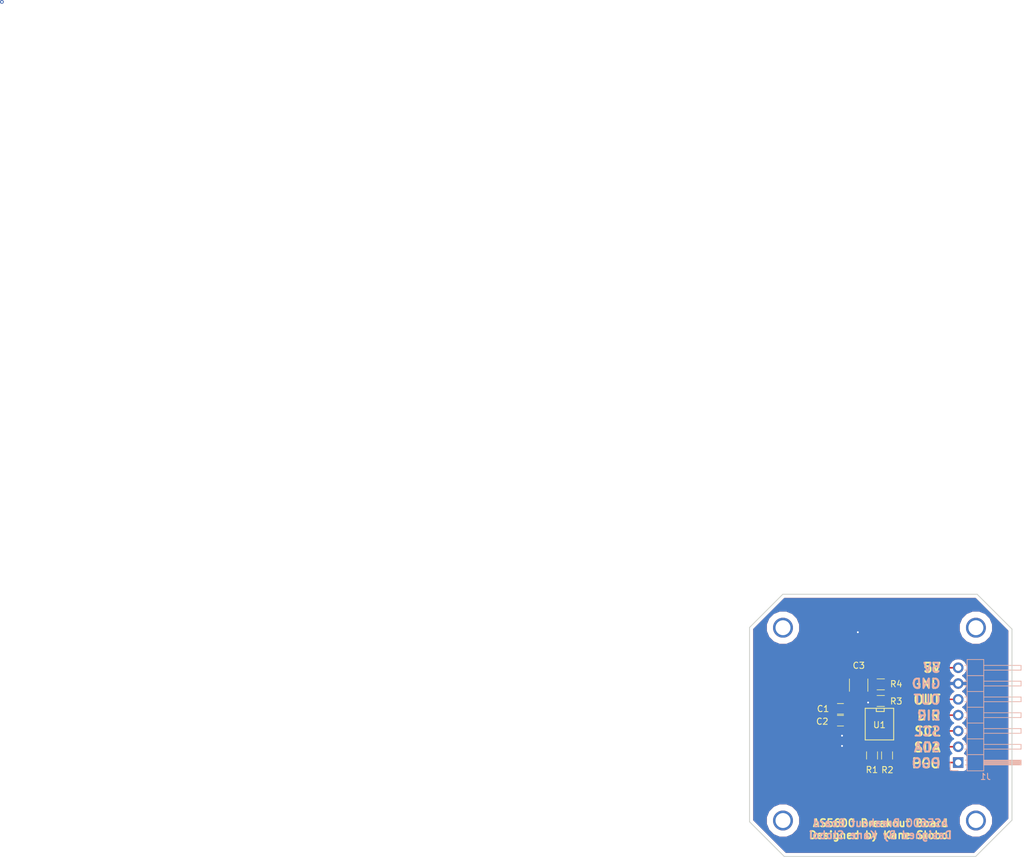
<source format=kicad_pcb>
(kicad_pcb (version 20171130) (host pcbnew "(5.0.2)-1")

  (general
    (thickness 1.6)
    (drawings 24)
    (tracks 48)
    (zones 0)
    (modules 18)
    (nets 10)
  )

  (page A4)
  (title_block
    (title "AS5600 Breakout Board")
    (date 2018-08-18)
    (rev 1)
    (company "Kane Stoboi")
  )

  (layers
    (0 F.Cu signal)
    (31 B.Cu signal)
    (32 B.Adhes user)
    (33 F.Adhes user)
    (34 B.Paste user)
    (35 F.Paste user)
    (36 B.SilkS user)
    (37 F.SilkS user)
    (38 B.Mask user)
    (39 F.Mask user)
    (40 Dwgs.User user)
    (41 Cmts.User user)
    (42 Eco1.User user)
    (43 Eco2.User user)
    (44 Edge.Cuts user)
    (45 Margin user)
    (46 B.CrtYd user)
    (47 F.CrtYd user)
    (48 B.Fab user)
    (49 F.Fab user)
  )

  (setup
    (last_trace_width 0.25)
    (trace_clearance 0.2)
    (zone_clearance 0.508)
    (zone_45_only no)
    (trace_min 0.2)
    (segment_width 0.2)
    (edge_width 0.15)
    (via_size 0.6)
    (via_drill 0.4)
    (via_min_size 0.4)
    (via_min_drill 0.3)
    (uvia_size 0.3)
    (uvia_drill 0.1)
    (uvias_allowed no)
    (uvia_min_size 0.2)
    (uvia_min_drill 0.1)
    (pcb_text_width 0.3)
    (pcb_text_size 1.5 1.5)
    (mod_edge_width 0.15)
    (mod_text_size 1 1)
    (mod_text_width 0.15)
    (pad_size 3.2 3.2)
    (pad_drill 2.4)
    (pad_to_mask_clearance 0.2)
    (solder_mask_min_width 0.25)
    (aux_axis_origin 0 0)
    (visible_elements 7FFFFF7F)
    (pcbplotparams
      (layerselection 0x010fc_ffffffff)
      (usegerberextensions true)
      (usegerberattributes false)
      (usegerberadvancedattributes false)
      (creategerberjobfile false)
      (excludeedgelayer true)
      (linewidth 0.100000)
      (plotframeref false)
      (viasonmask false)
      (mode 1)
      (useauxorigin false)
      (hpglpennumber 1)
      (hpglpenspeed 20)
      (hpglpendiameter 15.000000)
      (psnegative false)
      (psa4output false)
      (plotreference true)
      (plotvalue false)
      (plotinvisibletext false)
      (padsonsilk false)
      (subtractmaskfromsilk false)
      (outputformat 1)
      (mirror false)
      (drillshape 0)
      (scaleselection 1)
      (outputdirectory "GERBERS/"))
  )

  (net 0 "")
  (net 1 GND)
  (net 2 3.3V)
  (net 3 5V)
  (net 4 OUT)
  (net 5 DIR)
  (net 6 SCL)
  (net 7 SDA)
  (net 8 PGO)
  (net 9 VIN)

  (net_class Default "This is the default net class."
    (clearance 0.2)
    (trace_width 0.25)
    (via_dia 0.6)
    (via_drill 0.4)
    (uvia_dia 0.3)
    (uvia_drill 0.1)
    (add_net 3.3V)
    (add_net 5V)
    (add_net DIR)
    (add_net GND)
    (add_net OUT)
    (add_net PGO)
    (add_net SCL)
    (add_net SDA)
    (add_net VIN)
  )

  (module VIAs:VIA-0.6mm (layer F.Cu) (tedit 5B7B843A) (tstamp 5B7B864F)
    (at 137.541 101.346)
    (fp_text reference REF** (at 0 1.397) (layer F.SilkS) hide
      (effects (font (size 1 1) (thickness 0.15)))
    )
    (fp_text value VIA-0.6mm (at 0 -1.524) (layer F.Fab) hide
      (effects (font (size 1 1) (thickness 0.15)))
    )
    (pad 1 thru_hole circle (at 0 0) (size 0.6 0.6) (drill 0.3) (layers *.Cu)
      (net 1 GND) (zone_connect 2))
  )

  (module VIAs:VIA-0.6mm (layer F.Cu) (tedit 5B7B843A) (tstamp 5B7B8649)
    (at 135.001 117.983)
    (fp_text reference REF** (at 0 1.397) (layer F.SilkS) hide
      (effects (font (size 1 1) (thickness 0.15)))
    )
    (fp_text value VIA-0.6mm (at 0 -1.524) (layer F.Fab) hide
      (effects (font (size 1 1) (thickness 0.15)))
    )
    (pad 1 thru_hole circle (at 0 0) (size 0.6 0.6) (drill 0.3) (layers *.Cu)
      (net 1 GND) (zone_connect 2))
  )

  (module VIA-0.6mm (layer F.Cu) (tedit 5B7795E1) (tstamp 5B7798C6)
    (at 0 0)
    (fp_text reference REF** (at 0 1.397) (layer F.SilkS) hide
      (effects (font (size 1 1) (thickness 0.15)))
    )
    (fp_text value VIA-0.6mm (at 0 -1.524) (layer F.Fab) hide
      (effects (font (size 1 1) (thickness 0.15)))
    )
    (pad 1 thru_hole circle (at 0 0) (size 0.6 0.6) (drill 0.3) (layers *.Cu)
      (zone_connect 2))
  )

  (module Capacitors_SMD:C_0805 (layer F.Cu) (tedit 5C26F6FB) (tstamp 5B7779BF)
    (at 134.747 115.57)
    (descr "Capacitor SMD 0805, reflow soldering, AVX (see smccp.pdf)")
    (tags "capacitor 0805")
    (path /5B777736)
    (attr smd)
    (fp_text reference C1 (at -2.794 -1.905) (layer F.SilkS)
      (effects (font (size 1 1) (thickness 0.15)))
    )
    (fp_text value 1uF (at 0 1.75) (layer F.Fab)
      (effects (font (size 1 1) (thickness 0.15)))
    )
    (fp_text user %R (at 0 -1.905) (layer F.Fab)
      (effects (font (size 0.5 0.5) (thickness 0.075)))
    )
    (fp_line (start -1 0.62) (end -1 -0.62) (layer F.Fab) (width 0.1))
    (fp_line (start 1 0.62) (end -1 0.62) (layer F.Fab) (width 0.1))
    (fp_line (start 1 -0.62) (end 1 0.62) (layer F.Fab) (width 0.1))
    (fp_line (start -1 -0.62) (end 1 -0.62) (layer F.Fab) (width 0.1))
    (fp_line (start 0.5 -0.85) (end -0.5 -0.85) (layer F.SilkS) (width 0.12))
    (fp_line (start -0.5 0.85) (end 0.5 0.85) (layer F.SilkS) (width 0.12))
    (fp_line (start -1.75 -0.88) (end 1.75 -0.88) (layer F.CrtYd) (width 0.05))
    (fp_line (start -1.75 -0.88) (end -1.75 0.87) (layer F.CrtYd) (width 0.05))
    (fp_line (start 1.75 0.87) (end 1.75 -0.88) (layer F.CrtYd) (width 0.05))
    (fp_line (start 1.75 0.87) (end -1.75 0.87) (layer F.CrtYd) (width 0.05))
    (pad 1 smd rect (at -1 0) (size 1 1.25) (layers F.Cu F.Paste F.Mask)
      (net 1 GND))
    (pad 2 smd rect (at 1 0) (size 1 1.25) (layers F.Cu F.Paste F.Mask)
      (net 2 3.3V))
    (model Capacitors_SMD.3dshapes/C_0805.wrl
      (at (xyz 0 0 0))
      (scale (xyz 1 1 1))
      (rotate (xyz 0 0 0))
    )
  )

  (module Capacitors_SMD:C_0805 (layer F.Cu) (tedit 5C26F707) (tstamp 5B7779C5)
    (at 134.747 113.665 180)
    (descr "Capacitor SMD 0805, reflow soldering, AVX (see smccp.pdf)")
    (tags "capacitor 0805")
    (path /5B7775CB)
    (attr smd)
    (fp_text reference C2 (at 2.921 -2.032 180) (layer F.SilkS)
      (effects (font (size 1 1) (thickness 0.15)))
    )
    (fp_text value 100nF (at 0 1.75 180) (layer F.Fab)
      (effects (font (size 1 1) (thickness 0.15)))
    )
    (fp_text user %R (at 0 -1.905 180) (layer F.Fab)
      (effects (font (size 0.5 0.5) (thickness 0.075)))
    )
    (fp_line (start -1 0.62) (end -1 -0.62) (layer F.Fab) (width 0.1))
    (fp_line (start 1 0.62) (end -1 0.62) (layer F.Fab) (width 0.1))
    (fp_line (start 1 -0.62) (end 1 0.62) (layer F.Fab) (width 0.1))
    (fp_line (start -1 -0.62) (end 1 -0.62) (layer F.Fab) (width 0.1))
    (fp_line (start 0.5 -0.85) (end -0.5 -0.85) (layer F.SilkS) (width 0.12))
    (fp_line (start -0.5 0.85) (end 0.5 0.85) (layer F.SilkS) (width 0.12))
    (fp_line (start -1.75 -0.88) (end 1.75 -0.88) (layer F.CrtYd) (width 0.05))
    (fp_line (start -1.75 -0.88) (end -1.75 0.87) (layer F.CrtYd) (width 0.05))
    (fp_line (start 1.75 0.87) (end 1.75 -0.88) (layer F.CrtYd) (width 0.05))
    (fp_line (start 1.75 0.87) (end -1.75 0.87) (layer F.CrtYd) (width 0.05))
    (pad 1 smd rect (at -1 0 180) (size 1 1.25) (layers F.Cu F.Paste F.Mask)
      (net 3 5V))
    (pad 2 smd rect (at 1 0 180) (size 1 1.25) (layers F.Cu F.Paste F.Mask)
      (net 1 GND))
    (model Capacitors_SMD.3dshapes/C_0805.wrl
      (at (xyz 0 0 0))
      (scale (xyz 1 1 1))
      (rotate (xyz 0 0 0))
    )
  )

  (module Resistors_SMD:R_0805 (layer F.Cu) (tedit 5B78A327) (tstamp 5B7779D7)
    (at 139.827 121.158 90)
    (descr "Resistor SMD 0805, reflow soldering, Vishay (see dcrcw.pdf)")
    (tags "resistor 0805")
    (path /5B777C09)
    (attr smd)
    (fp_text reference R1 (at -2.3114 -0.0254 180) (layer F.SilkS)
      (effects (font (size 1 1) (thickness 0.15)))
    )
    (fp_text value 4.7k (at -2.286 0.127 90) (layer F.Fab)
      (effects (font (size 1 1) (thickness 0.15)))
    )
    (fp_text user %R (at 0 0 90) (layer F.Fab)
      (effects (font (size 0.5 0.5) (thickness 0.075)))
    )
    (fp_line (start -1 0.62) (end -1 -0.62) (layer F.Fab) (width 0.1))
    (fp_line (start 1 0.62) (end -1 0.62) (layer F.Fab) (width 0.1))
    (fp_line (start 1 -0.62) (end 1 0.62) (layer F.Fab) (width 0.1))
    (fp_line (start -1 -0.62) (end 1 -0.62) (layer F.Fab) (width 0.1))
    (fp_line (start 0.6 0.88) (end -0.6 0.88) (layer F.SilkS) (width 0.12))
    (fp_line (start -0.6 -0.88) (end 0.6 -0.88) (layer F.SilkS) (width 0.12))
    (fp_line (start -1.55 -0.9) (end 1.55 -0.9) (layer F.CrtYd) (width 0.05))
    (fp_line (start -1.55 -0.9) (end -1.55 0.9) (layer F.CrtYd) (width 0.05))
    (fp_line (start 1.55 0.9) (end 1.55 -0.9) (layer F.CrtYd) (width 0.05))
    (fp_line (start 1.55 0.9) (end -1.55 0.9) (layer F.CrtYd) (width 0.05))
    (pad 1 smd rect (at -0.95 0 90) (size 0.7 1.3) (layers F.Cu F.Paste F.Mask)
      (net 3 5V))
    (pad 2 smd rect (at 0.95 0 90) (size 0.7 1.3) (layers F.Cu F.Paste F.Mask)
      (net 6 SCL))
    (model ${KISYS3DMOD}/Resistors_SMD.3dshapes/R_0805.wrl
      (at (xyz 0 0 0))
      (scale (xyz 1 1 1))
      (rotate (xyz 0 0 0))
    )
  )

  (module Resistors_SMD:R_0805 (layer F.Cu) (tedit 5B78A37E) (tstamp 5B7779DD)
    (at 142.24 121.158 270)
    (descr "Resistor SMD 0805, reflow soldering, Vishay (see dcrcw.pdf)")
    (tags "resistor 0805")
    (path /5B777C78)
    (attr smd)
    (fp_text reference R2 (at 2.3368 -0.0508) (layer F.SilkS)
      (effects (font (size 1 1) (thickness 0.15)))
    )
    (fp_text value 4.7k (at 2.286 -0.254 270) (layer F.Fab)
      (effects (font (size 1 1) (thickness 0.15)))
    )
    (fp_text user %R (at 0 0 270) (layer F.Fab)
      (effects (font (size 0.5 0.5) (thickness 0.075)))
    )
    (fp_line (start -1 0.62) (end -1 -0.62) (layer F.Fab) (width 0.1))
    (fp_line (start 1 0.62) (end -1 0.62) (layer F.Fab) (width 0.1))
    (fp_line (start 1 -0.62) (end 1 0.62) (layer F.Fab) (width 0.1))
    (fp_line (start -1 -0.62) (end 1 -0.62) (layer F.Fab) (width 0.1))
    (fp_line (start 0.6 0.88) (end -0.6 0.88) (layer F.SilkS) (width 0.12))
    (fp_line (start -0.6 -0.88) (end 0.6 -0.88) (layer F.SilkS) (width 0.12))
    (fp_line (start -1.55 -0.9) (end 1.55 -0.9) (layer F.CrtYd) (width 0.05))
    (fp_line (start -1.55 -0.9) (end -1.55 0.9) (layer F.CrtYd) (width 0.05))
    (fp_line (start 1.55 0.9) (end 1.55 -0.9) (layer F.CrtYd) (width 0.05))
    (fp_line (start 1.55 0.9) (end -1.55 0.9) (layer F.CrtYd) (width 0.05))
    (pad 1 smd rect (at -0.95 0 270) (size 0.7 1.3) (layers F.Cu F.Paste F.Mask)
      (net 7 SDA))
    (pad 2 smd rect (at 0.95 0 270) (size 0.7 1.3) (layers F.Cu F.Paste F.Mask)
      (net 3 5V))
    (model ${KISYS3DMOD}/Resistors_SMD.3dshapes/R_0805.wrl
      (at (xyz 0 0 0))
      (scale (xyz 1 1 1))
      (rotate (xyz 0 0 0))
    )
  )

  (module SMD_Packages:SOIC-8-N (layer F.Cu) (tedit 5B7780B6) (tstamp 5B7779E9)
    (at 141.015 116.123 270)
    (descr "Module Narrow CMS SOJ 8 pins large")
    (tags "CMS SOJ")
    (path /5B77739F)
    (attr smd)
    (fp_text reference U1 (at 0.127 0) (layer F.SilkS)
      (effects (font (size 1 1) (thickness 0.15)))
    )
    (fp_text value AS5600 (at 0 1.27 270) (layer F.Fab)
      (effects (font (size 1 1) (thickness 0.15)))
    )
    (fp_line (start -2.54 -2.286) (end 2.54 -2.286) (layer F.SilkS) (width 0.15))
    (fp_line (start 2.54 -2.286) (end 2.54 2.286) (layer F.SilkS) (width 0.15))
    (fp_line (start 2.54 2.286) (end -2.54 2.286) (layer F.SilkS) (width 0.15))
    (fp_line (start -2.54 2.286) (end -2.54 -2.286) (layer F.SilkS) (width 0.15))
    (fp_line (start -2.54 -0.762) (end -2.032 -0.762) (layer F.SilkS) (width 0.15))
    (fp_line (start -2.032 -0.762) (end -2.032 0.508) (layer F.SilkS) (width 0.15))
    (fp_line (start -2.032 0.508) (end -2.54 0.508) (layer F.SilkS) (width 0.15))
    (pad 8 smd rect (at -1.905 -3.175 270) (size 0.508 1.143) (layers F.Cu F.Paste F.Mask)
      (net 5 DIR))
    (pad 7 smd rect (at -0.635 -3.175 270) (size 0.508 1.143) (layers F.Cu F.Paste F.Mask)
      (net 6 SCL))
    (pad 6 smd rect (at 0.635 -3.175 270) (size 0.508 1.143) (layers F.Cu F.Paste F.Mask)
      (net 7 SDA))
    (pad 5 smd rect (at 1.905 -3.175 270) (size 0.508 1.143) (layers F.Cu F.Paste F.Mask)
      (net 8 PGO))
    (pad 4 smd rect (at 1.905 3.175 270) (size 0.508 1.143) (layers F.Cu F.Paste F.Mask)
      (net 1 GND))
    (pad 3 smd rect (at 0.635 3.175 270) (size 0.508 1.143) (layers F.Cu F.Paste F.Mask)
      (net 4 OUT))
    (pad 2 smd rect (at -0.635 3.175 270) (size 0.508 1.143) (layers F.Cu F.Paste F.Mask)
      (net 2 3.3V))
    (pad 1 smd rect (at -1.905 3.175 270) (size 0.508 1.143) (layers F.Cu F.Paste F.Mask)
      (net 3 5V))
    (model SMD_Packages.3dshapes/SOIC-8-N.wrl
      (at (xyz 0 0 0))
      (scale (xyz 0.5 0.38 0.5))
      (rotate (xyz 0 0 0))
    )
  )

  (module Mounting_Holes:MountingHole_3.2mm_M3 (layer F.Cu) (tedit 5C26FC8C) (tstamp 5B778D59)
    (at 125.515 100.623)
    (descr "Mounting Hole 3.2mm, no annular, M3")
    (tags "mounting hole 3.2mm no annular m3")
    (clearance 1)
    (attr virtual)
    (fp_text reference "" (at 0 -4.2) (layer F.SilkS)
      (effects (font (size 1 1) (thickness 0.15)))
    )
    (fp_text value "" (at 0 4.2) (layer F.Fab)
      (effects (font (size 1 1) (thickness 0.15)))
    )
    (fp_text user %R (at 0.3 0) (layer F.Fab)
      (effects (font (size 1 1) (thickness 0.15)))
    )
    (fp_circle (center 0 0) (end 3.2 0) (layer Cmts.User) (width 0.15))
    (fp_circle (center 0 0) (end 3.45 0) (layer F.CrtYd) (width 0.05))
    (pad "" np_thru_hole circle (at 0 0) (size 3.2 3.2) (drill 2.4) (layers *.Cu *.Mask))
  )

  (module Mounting_Holes:MountingHole_3.2mm_M3 (layer F.Cu) (tedit 5C26FC92) (tstamp 5B7790A2)
    (at 156.515 100.623)
    (descr "Mounting Hole 3.2mm, no annular, M3")
    (tags "mounting hole 3.2mm no annular m3")
    (clearance 1)
    (attr virtual)
    (fp_text reference "" (at 0 -4.2) (layer F.SilkS)
      (effects (font (size 1 1) (thickness 0.15)))
    )
    (fp_text value "" (at 0 4.2) (layer F.Fab)
      (effects (font (size 1 1) (thickness 0.15)))
    )
    (fp_text user %R (at 0.3 0) (layer F.Fab)
      (effects (font (size 1 1) (thickness 0.15)))
    )
    (fp_circle (center 0 0) (end 3.2 0) (layer Cmts.User) (width 0.15))
    (fp_circle (center 0 0) (end 3.45 0) (layer F.CrtYd) (width 0.05))
    (pad "" np_thru_hole circle (at 0 0) (size 3.2 3.2) (drill 2.4) (layers *.Cu *.Mask))
  )

  (module Mounting_Holes:MountingHole_3.2mm_M3 (layer F.Cu) (tedit 5C26FC97) (tstamp 5B77915B)
    (at 125.515 131.623)
    (descr "Mounting Hole 3.2mm, no annular, M3")
    (tags "mounting hole 3.2mm no annular m3")
    (clearance 1)
    (attr virtual)
    (fp_text reference "" (at 0 -4.2) (layer F.SilkS)
      (effects (font (size 1 1) (thickness 0.15)))
    )
    (fp_text value "" (at 0 4.2) (layer F.Fab)
      (effects (font (size 1 1) (thickness 0.15)))
    )
    (fp_text user %R (at 0.3 0) (layer F.Fab)
      (effects (font (size 1 1) (thickness 0.15)))
    )
    (fp_circle (center 0 0) (end 3.2 0) (layer Cmts.User) (width 0.15))
    (fp_circle (center 0 0) (end 3.45 0) (layer F.CrtYd) (width 0.05))
    (pad "" np_thru_hole circle (at 0 0) (size 3.2 3.2) (drill 2.4) (layers *.Cu *.Mask))
  )

  (module Mounting_Holes:MountingHole_3.2mm_M3 (layer F.Cu) (tedit 5C26FC9C) (tstamp 5B779175)
    (at 156.515 131.623)
    (descr "Mounting Hole 3.2mm, no annular, M3")
    (tags "mounting hole 3.2mm no annular m3")
    (clearance 1)
    (attr virtual)
    (fp_text reference "" (at 0 -4.2) (layer F.SilkS)
      (effects (font (size 1 1) (thickness 0.15)))
    )
    (fp_text value "" (at 0 4.2) (layer F.Fab)
      (effects (font (size 1 1) (thickness 0.15)))
    )
    (fp_text user %R (at 0.3 0) (layer F.Fab)
      (effects (font (size 1 1) (thickness 0.15)))
    )
    (fp_circle (center 0 0) (end 3.2 0) (layer Cmts.User) (width 0.15))
    (fp_circle (center 0 0) (end 3.45 0) (layer F.CrtYd) (width 0.05))
    (pad "" np_thru_hole circle (at 0 0) (size 3.2 3.2) (drill 2.4) (layers *.Cu *.Mask))
  )

  (module Pin_Headers:Pin_Header_Angled_1x07_Pitch2.54mm (layer B.Cu) (tedit 59650532) (tstamp 5B78A780)
    (at 153.67 122.301)
    (descr "Through hole angled pin header, 1x07, 2.54mm pitch, 6mm pin length, single row")
    (tags "Through hole angled pin header THT 1x07 2.54mm single row")
    (path /5B78A669)
    (fp_text reference J1 (at 4.385 2.27) (layer B.SilkS)
      (effects (font (size 1 1) (thickness 0.15)) (justify mirror))
    )
    (fp_text value Conn_01x07 (at 4.385 -17.51) (layer B.Fab)
      (effects (font (size 1 1) (thickness 0.15)) (justify mirror))
    )
    (fp_line (start 2.135 1.27) (end 4.04 1.27) (layer B.Fab) (width 0.1))
    (fp_line (start 4.04 1.27) (end 4.04 -16.51) (layer B.Fab) (width 0.1))
    (fp_line (start 4.04 -16.51) (end 1.5 -16.51) (layer B.Fab) (width 0.1))
    (fp_line (start 1.5 -16.51) (end 1.5 0.635) (layer B.Fab) (width 0.1))
    (fp_line (start 1.5 0.635) (end 2.135 1.27) (layer B.Fab) (width 0.1))
    (fp_line (start -0.32 0.32) (end 1.5 0.32) (layer B.Fab) (width 0.1))
    (fp_line (start -0.32 0.32) (end -0.32 -0.32) (layer B.Fab) (width 0.1))
    (fp_line (start -0.32 -0.32) (end 1.5 -0.32) (layer B.Fab) (width 0.1))
    (fp_line (start 4.04 0.32) (end 10.04 0.32) (layer B.Fab) (width 0.1))
    (fp_line (start 10.04 0.32) (end 10.04 -0.32) (layer B.Fab) (width 0.1))
    (fp_line (start 4.04 -0.32) (end 10.04 -0.32) (layer B.Fab) (width 0.1))
    (fp_line (start -0.32 -2.22) (end 1.5 -2.22) (layer B.Fab) (width 0.1))
    (fp_line (start -0.32 -2.22) (end -0.32 -2.86) (layer B.Fab) (width 0.1))
    (fp_line (start -0.32 -2.86) (end 1.5 -2.86) (layer B.Fab) (width 0.1))
    (fp_line (start 4.04 -2.22) (end 10.04 -2.22) (layer B.Fab) (width 0.1))
    (fp_line (start 10.04 -2.22) (end 10.04 -2.86) (layer B.Fab) (width 0.1))
    (fp_line (start 4.04 -2.86) (end 10.04 -2.86) (layer B.Fab) (width 0.1))
    (fp_line (start -0.32 -4.76) (end 1.5 -4.76) (layer B.Fab) (width 0.1))
    (fp_line (start -0.32 -4.76) (end -0.32 -5.4) (layer B.Fab) (width 0.1))
    (fp_line (start -0.32 -5.4) (end 1.5 -5.4) (layer B.Fab) (width 0.1))
    (fp_line (start 4.04 -4.76) (end 10.04 -4.76) (layer B.Fab) (width 0.1))
    (fp_line (start 10.04 -4.76) (end 10.04 -5.4) (layer B.Fab) (width 0.1))
    (fp_line (start 4.04 -5.4) (end 10.04 -5.4) (layer B.Fab) (width 0.1))
    (fp_line (start -0.32 -7.3) (end 1.5 -7.3) (layer B.Fab) (width 0.1))
    (fp_line (start -0.32 -7.3) (end -0.32 -7.94) (layer B.Fab) (width 0.1))
    (fp_line (start -0.32 -7.94) (end 1.5 -7.94) (layer B.Fab) (width 0.1))
    (fp_line (start 4.04 -7.3) (end 10.04 -7.3) (layer B.Fab) (width 0.1))
    (fp_line (start 10.04 -7.3) (end 10.04 -7.94) (layer B.Fab) (width 0.1))
    (fp_line (start 4.04 -7.94) (end 10.04 -7.94) (layer B.Fab) (width 0.1))
    (fp_line (start -0.32 -9.84) (end 1.5 -9.84) (layer B.Fab) (width 0.1))
    (fp_line (start -0.32 -9.84) (end -0.32 -10.48) (layer B.Fab) (width 0.1))
    (fp_line (start -0.32 -10.48) (end 1.5 -10.48) (layer B.Fab) (width 0.1))
    (fp_line (start 4.04 -9.84) (end 10.04 -9.84) (layer B.Fab) (width 0.1))
    (fp_line (start 10.04 -9.84) (end 10.04 -10.48) (layer B.Fab) (width 0.1))
    (fp_line (start 4.04 -10.48) (end 10.04 -10.48) (layer B.Fab) (width 0.1))
    (fp_line (start -0.32 -12.38) (end 1.5 -12.38) (layer B.Fab) (width 0.1))
    (fp_line (start -0.32 -12.38) (end -0.32 -13.02) (layer B.Fab) (width 0.1))
    (fp_line (start -0.32 -13.02) (end 1.5 -13.02) (layer B.Fab) (width 0.1))
    (fp_line (start 4.04 -12.38) (end 10.04 -12.38) (layer B.Fab) (width 0.1))
    (fp_line (start 10.04 -12.38) (end 10.04 -13.02) (layer B.Fab) (width 0.1))
    (fp_line (start 4.04 -13.02) (end 10.04 -13.02) (layer B.Fab) (width 0.1))
    (fp_line (start -0.32 -14.92) (end 1.5 -14.92) (layer B.Fab) (width 0.1))
    (fp_line (start -0.32 -14.92) (end -0.32 -15.56) (layer B.Fab) (width 0.1))
    (fp_line (start -0.32 -15.56) (end 1.5 -15.56) (layer B.Fab) (width 0.1))
    (fp_line (start 4.04 -14.92) (end 10.04 -14.92) (layer B.Fab) (width 0.1))
    (fp_line (start 10.04 -14.92) (end 10.04 -15.56) (layer B.Fab) (width 0.1))
    (fp_line (start 4.04 -15.56) (end 10.04 -15.56) (layer B.Fab) (width 0.1))
    (fp_line (start 1.44 1.33) (end 1.44 -16.57) (layer B.SilkS) (width 0.12))
    (fp_line (start 1.44 -16.57) (end 4.1 -16.57) (layer B.SilkS) (width 0.12))
    (fp_line (start 4.1 -16.57) (end 4.1 1.33) (layer B.SilkS) (width 0.12))
    (fp_line (start 4.1 1.33) (end 1.44 1.33) (layer B.SilkS) (width 0.12))
    (fp_line (start 4.1 0.38) (end 10.1 0.38) (layer B.SilkS) (width 0.12))
    (fp_line (start 10.1 0.38) (end 10.1 -0.38) (layer B.SilkS) (width 0.12))
    (fp_line (start 10.1 -0.38) (end 4.1 -0.38) (layer B.SilkS) (width 0.12))
    (fp_line (start 4.1 0.32) (end 10.1 0.32) (layer B.SilkS) (width 0.12))
    (fp_line (start 4.1 0.2) (end 10.1 0.2) (layer B.SilkS) (width 0.12))
    (fp_line (start 4.1 0.08) (end 10.1 0.08) (layer B.SilkS) (width 0.12))
    (fp_line (start 4.1 -0.04) (end 10.1 -0.04) (layer B.SilkS) (width 0.12))
    (fp_line (start 4.1 -0.16) (end 10.1 -0.16) (layer B.SilkS) (width 0.12))
    (fp_line (start 4.1 -0.28) (end 10.1 -0.28) (layer B.SilkS) (width 0.12))
    (fp_line (start 1.11 0.38) (end 1.44 0.38) (layer B.SilkS) (width 0.12))
    (fp_line (start 1.11 -0.38) (end 1.44 -0.38) (layer B.SilkS) (width 0.12))
    (fp_line (start 1.44 -1.27) (end 4.1 -1.27) (layer B.SilkS) (width 0.12))
    (fp_line (start 4.1 -2.16) (end 10.1 -2.16) (layer B.SilkS) (width 0.12))
    (fp_line (start 10.1 -2.16) (end 10.1 -2.92) (layer B.SilkS) (width 0.12))
    (fp_line (start 10.1 -2.92) (end 4.1 -2.92) (layer B.SilkS) (width 0.12))
    (fp_line (start 1.042929 -2.16) (end 1.44 -2.16) (layer B.SilkS) (width 0.12))
    (fp_line (start 1.042929 -2.92) (end 1.44 -2.92) (layer B.SilkS) (width 0.12))
    (fp_line (start 1.44 -3.81) (end 4.1 -3.81) (layer B.SilkS) (width 0.12))
    (fp_line (start 4.1 -4.7) (end 10.1 -4.7) (layer B.SilkS) (width 0.12))
    (fp_line (start 10.1 -4.7) (end 10.1 -5.46) (layer B.SilkS) (width 0.12))
    (fp_line (start 10.1 -5.46) (end 4.1 -5.46) (layer B.SilkS) (width 0.12))
    (fp_line (start 1.042929 -4.7) (end 1.44 -4.7) (layer B.SilkS) (width 0.12))
    (fp_line (start 1.042929 -5.46) (end 1.44 -5.46) (layer B.SilkS) (width 0.12))
    (fp_line (start 1.44 -6.35) (end 4.1 -6.35) (layer B.SilkS) (width 0.12))
    (fp_line (start 4.1 -7.24) (end 10.1 -7.24) (layer B.SilkS) (width 0.12))
    (fp_line (start 10.1 -7.24) (end 10.1 -8) (layer B.SilkS) (width 0.12))
    (fp_line (start 10.1 -8) (end 4.1 -8) (layer B.SilkS) (width 0.12))
    (fp_line (start 1.042929 -7.24) (end 1.44 -7.24) (layer B.SilkS) (width 0.12))
    (fp_line (start 1.042929 -8) (end 1.44 -8) (layer B.SilkS) (width 0.12))
    (fp_line (start 1.44 -8.89) (end 4.1 -8.89) (layer B.SilkS) (width 0.12))
    (fp_line (start 4.1 -9.78) (end 10.1 -9.78) (layer B.SilkS) (width 0.12))
    (fp_line (start 10.1 -9.78) (end 10.1 -10.54) (layer B.SilkS) (width 0.12))
    (fp_line (start 10.1 -10.54) (end 4.1 -10.54) (layer B.SilkS) (width 0.12))
    (fp_line (start 1.042929 -9.78) (end 1.44 -9.78) (layer B.SilkS) (width 0.12))
    (fp_line (start 1.042929 -10.54) (end 1.44 -10.54) (layer B.SilkS) (width 0.12))
    (fp_line (start 1.44 -11.43) (end 4.1 -11.43) (layer B.SilkS) (width 0.12))
    (fp_line (start 4.1 -12.32) (end 10.1 -12.32) (layer B.SilkS) (width 0.12))
    (fp_line (start 10.1 -12.32) (end 10.1 -13.08) (layer B.SilkS) (width 0.12))
    (fp_line (start 10.1 -13.08) (end 4.1 -13.08) (layer B.SilkS) (width 0.12))
    (fp_line (start 1.042929 -12.32) (end 1.44 -12.32) (layer B.SilkS) (width 0.12))
    (fp_line (start 1.042929 -13.08) (end 1.44 -13.08) (layer B.SilkS) (width 0.12))
    (fp_line (start 1.44 -13.97) (end 4.1 -13.97) (layer B.SilkS) (width 0.12))
    (fp_line (start 4.1 -14.86) (end 10.1 -14.86) (layer B.SilkS) (width 0.12))
    (fp_line (start 10.1 -14.86) (end 10.1 -15.62) (layer B.SilkS) (width 0.12))
    (fp_line (start 10.1 -15.62) (end 4.1 -15.62) (layer B.SilkS) (width 0.12))
    (fp_line (start 1.042929 -14.86) (end 1.44 -14.86) (layer B.SilkS) (width 0.12))
    (fp_line (start 1.042929 -15.62) (end 1.44 -15.62) (layer B.SilkS) (width 0.12))
    (fp_line (start -1.27 0) (end -1.27 1.27) (layer B.SilkS) (width 0.12))
    (fp_line (start -1.27 1.27) (end 0 1.27) (layer B.SilkS) (width 0.12))
    (fp_line (start -1.8 1.8) (end -1.8 -17.05) (layer B.CrtYd) (width 0.05))
    (fp_line (start -1.8 -17.05) (end 10.55 -17.05) (layer B.CrtYd) (width 0.05))
    (fp_line (start 10.55 -17.05) (end 10.55 1.8) (layer B.CrtYd) (width 0.05))
    (fp_line (start 10.55 1.8) (end -1.8 1.8) (layer B.CrtYd) (width 0.05))
    (fp_text user %R (at 2.77 -7.62 270) (layer B.Fab)
      (effects (font (size 1 1) (thickness 0.15)) (justify mirror))
    )
    (pad 1 thru_hole rect (at 0 0) (size 1.7 1.7) (drill 1) (layers *.Cu *.Mask)
      (net 8 PGO))
    (pad 2 thru_hole oval (at 0 -2.54) (size 1.7 1.7) (drill 1) (layers *.Cu *.Mask)
      (net 7 SDA))
    (pad 3 thru_hole oval (at 0 -5.08) (size 1.7 1.7) (drill 1) (layers *.Cu *.Mask)
      (net 6 SCL))
    (pad 4 thru_hole oval (at 0 -7.62) (size 1.7 1.7) (drill 1) (layers *.Cu *.Mask)
      (net 5 DIR))
    (pad 5 thru_hole oval (at 0 -10.16) (size 1.7 1.7) (drill 1) (layers *.Cu *.Mask)
      (net 4 OUT))
    (pad 6 thru_hole oval (at 0 -12.7) (size 1.7 1.7) (drill 1) (layers *.Cu *.Mask)
      (net 1 GND))
    (pad 7 thru_hole oval (at 0 -15.24) (size 1.7 1.7) (drill 1) (layers *.Cu *.Mask)
      (net 9 VIN))
    (model ${KISYS3DMOD}/Pin_Headers.3dshapes/Pin_Header_Angled_1x07_Pitch2.54mm.wrl
      (at (xyz 0 0 0))
      (scale (xyz 1 1 1))
      (rotate (xyz 0 0 0))
    )
  )

  (module VIAs:VIA-0.6mm (layer F.Cu) (tedit 5B7B843A) (tstamp 5B7B863D)
    (at 135.001 119.634)
    (fp_text reference REF** (at 0 1.397) (layer F.SilkS) hide
      (effects (font (size 1 1) (thickness 0.15)))
    )
    (fp_text value VIA-0.6mm (at 0 -1.524) (layer F.Fab) hide
      (effects (font (size 1 1) (thickness 0.15)))
    )
    (pad 1 thru_hole circle (at 0 0) (size 0.6 0.6) (drill 0.3) (layers *.Cu)
      (net 1 GND) (zone_connect 2))
  )

  (module Resistors_SMD:R_0805 (layer F.Cu) (tedit 58E0A804) (tstamp 5C8375E4)
    (at 141.224 112.395)
    (descr "Resistor SMD 0805, reflow soldering, Vishay (see dcrcw.pdf)")
    (tags "resistor 0805")
    (path /5C26F27D)
    (attr smd)
    (fp_text reference R3 (at 2.4892 0.0508) (layer F.SilkS)
      (effects (font (size 1 1) (thickness 0.15)))
    )
    (fp_text value R (at 0 1.75) (layer F.Fab)
      (effects (font (size 1 1) (thickness 0.15)))
    )
    (fp_text user %R (at 0 0) (layer F.Fab)
      (effects (font (size 0.5 0.5) (thickness 0.075)))
    )
    (fp_line (start -1 0.62) (end -1 -0.62) (layer F.Fab) (width 0.1))
    (fp_line (start 1 0.62) (end -1 0.62) (layer F.Fab) (width 0.1))
    (fp_line (start 1 -0.62) (end 1 0.62) (layer F.Fab) (width 0.1))
    (fp_line (start -1 -0.62) (end 1 -0.62) (layer F.Fab) (width 0.1))
    (fp_line (start 0.6 0.88) (end -0.6 0.88) (layer F.SilkS) (width 0.12))
    (fp_line (start -0.6 -0.88) (end 0.6 -0.88) (layer F.SilkS) (width 0.12))
    (fp_line (start -1.55 -0.9) (end 1.55 -0.9) (layer F.CrtYd) (width 0.05))
    (fp_line (start -1.55 -0.9) (end -1.55 0.9) (layer F.CrtYd) (width 0.05))
    (fp_line (start 1.55 0.9) (end 1.55 -0.9) (layer F.CrtYd) (width 0.05))
    (fp_line (start 1.55 0.9) (end -1.55 0.9) (layer F.CrtYd) (width 0.05))
    (pad 1 smd rect (at -0.95 0) (size 0.7 1.3) (layers F.Cu F.Paste F.Mask)
      (net 1 GND))
    (pad 2 smd rect (at 0.95 0) (size 0.7 1.3) (layers F.Cu F.Paste F.Mask)
      (net 5 DIR))
    (model ${KISYS3DMOD}/Resistors_SMD.3dshapes/R_0805.wrl
      (at (xyz 0 0 0))
      (scale (xyz 1 1 1))
      (rotate (xyz 0 0 0))
    )
  )

  (module VIAs:VIA-0.6mm (layer F.Cu) (tedit 5C26F320) (tstamp 5C26F316)
    (at 139.192 112.649)
    (fp_text reference REF** (at 0 1.397) (layer F.SilkS) hide
      (effects (font (size 1 1) (thickness 0.15)))
    )
    (fp_text value VIA-0.6mm (at 0 -1.524) (layer F.Fab) hide
      (effects (font (size 1 1) (thickness 0.15)))
    )
    (pad 1 thru_hole circle (at 0 0) (size 0.6 0.6) (drill 0.3) (layers *.Cu)
      (net 1 GND) (zone_connect 2))
  )

  (module Capacitors_SMD:C_1210 (layer F.Cu) (tedit 5C26F713) (tstamp 5C26F5AA)
    (at 137.668 109.855 270)
    (descr "Capacitor SMD 1210, reflow soldering, AVX (see smccp.pdf)")
    (tags "capacitor 1210")
    (path /5C26F570)
    (attr smd)
    (fp_text reference C3 (at -3.1496 -0.0254) (layer F.SilkS)
      (effects (font (size 1 1) (thickness 0.15)))
    )
    (fp_text value 100uF (at 0 2.5 270) (layer F.Fab)
      (effects (font (size 1 1) (thickness 0.15)))
    )
    (fp_text user %R (at 0 0 270) (layer F.Fab)
      (effects (font (size 0.5 0.5) (thickness 0.075)))
    )
    (fp_line (start -1.6 1.25) (end -1.6 -1.25) (layer F.Fab) (width 0.1))
    (fp_line (start 1.6 1.25) (end -1.6 1.25) (layer F.Fab) (width 0.1))
    (fp_line (start 1.6 -1.25) (end 1.6 1.25) (layer F.Fab) (width 0.1))
    (fp_line (start -1.6 -1.25) (end 1.6 -1.25) (layer F.Fab) (width 0.1))
    (fp_line (start 1 -1.48) (end -1 -1.48) (layer F.SilkS) (width 0.12))
    (fp_line (start -1 1.48) (end 1 1.48) (layer F.SilkS) (width 0.12))
    (fp_line (start -2.25 -1.5) (end 2.25 -1.5) (layer F.CrtYd) (width 0.05))
    (fp_line (start -2.25 -1.5) (end -2.25 1.5) (layer F.CrtYd) (width 0.05))
    (fp_line (start 2.25 1.5) (end 2.25 -1.5) (layer F.CrtYd) (width 0.05))
    (fp_line (start 2.25 1.5) (end -2.25 1.5) (layer F.CrtYd) (width 0.05))
    (pad 1 smd rect (at -1.5 0 270) (size 1 2.5) (layers F.Cu F.Paste F.Mask)
      (net 1 GND))
    (pad 2 smd rect (at 1.5 0 270) (size 1 2.5) (layers F.Cu F.Paste F.Mask)
      (net 3 5V))
    (model Capacitors_SMD.3dshapes/C_1210.wrl
      (at (xyz 0 0 0))
      (scale (xyz 1 1 1))
      (rotate (xyz 0 0 0))
    )
  )

  (module Resistors_SMD:R_0805 (layer F.Cu) (tedit 58E0A804) (tstamp 5C8374A7)
    (at 141.224 109.728)
    (descr "Resistor SMD 0805, reflow soldering, Vishay (see dcrcw.pdf)")
    (tags "resistor 0805")
    (path /5C26F640)
    (attr smd)
    (fp_text reference R4 (at 2.4892 -0.0508) (layer F.SilkS)
      (effects (font (size 1 1) (thickness 0.15)))
    )
    (fp_text value 1.6k (at 0 1.75) (layer F.Fab)
      (effects (font (size 1 1) (thickness 0.15)))
    )
    (fp_text user %R (at 0 0) (layer F.Fab)
      (effects (font (size 0.5 0.5) (thickness 0.075)))
    )
    (fp_line (start -1 0.62) (end -1 -0.62) (layer F.Fab) (width 0.1))
    (fp_line (start 1 0.62) (end -1 0.62) (layer F.Fab) (width 0.1))
    (fp_line (start 1 -0.62) (end 1 0.62) (layer F.Fab) (width 0.1))
    (fp_line (start -1 -0.62) (end 1 -0.62) (layer F.Fab) (width 0.1))
    (fp_line (start 0.6 0.88) (end -0.6 0.88) (layer F.SilkS) (width 0.12))
    (fp_line (start -0.6 -0.88) (end 0.6 -0.88) (layer F.SilkS) (width 0.12))
    (fp_line (start -1.55 -0.9) (end 1.55 -0.9) (layer F.CrtYd) (width 0.05))
    (fp_line (start -1.55 -0.9) (end -1.55 0.9) (layer F.CrtYd) (width 0.05))
    (fp_line (start 1.55 0.9) (end 1.55 -0.9) (layer F.CrtYd) (width 0.05))
    (fp_line (start 1.55 0.9) (end -1.55 0.9) (layer F.CrtYd) (width 0.05))
    (pad 1 smd rect (at -0.95 0) (size 0.7 1.3) (layers F.Cu F.Paste F.Mask)
      (net 3 5V))
    (pad 2 smd rect (at 0.95 0) (size 0.7 1.3) (layers F.Cu F.Paste F.Mask)
      (net 9 VIN))
    (model ${KISYS3DMOD}/Resistors_SMD.3dshapes/R_0805.wrl
      (at (xyz 0 0 0))
      (scale (xyz 1 1 1))
      (rotate (xyz 0 0 0))
    )
  )

  (gr_text "AS5600 Breakout Board\nDesigned By Kane Stoboi" (at 141.165 133) (layer B.SilkS)
    (effects (font (size 1.2 1.2) (thickness 0.25)) (justify mirror))
  )
  (gr_line (start 162.306 100.838) (end 162.306 131.572) (angle 90) (layer Edge.Cuts) (width 0.15))
  (gr_line (start 156.718 95.25) (end 162.306 100.838) (angle 90) (layer Edge.Cuts) (width 0.15))
  (gr_line (start 156.464 137.414) (end 162.306 131.572) (angle 90) (layer Edge.Cuts) (width 0.15))
  (gr_line (start 125.73 137.414) (end 156.464 137.414) (angle 90) (layer Edge.Cuts) (width 0.15))
  (gr_line (start 120.142 131.826) (end 125.73 137.414) (angle 90) (layer Edge.Cuts) (width 0.15))
  (gr_line (start 120.142 100.584) (end 120.142 131.826) (angle 90) (layer Edge.Cuts) (width 0.15))
  (gr_line (start 125.476 95.25) (end 120.142 100.584) (angle 90) (layer Edge.Cuts) (width 0.15))
  (gr_line (start 156.718 95.25) (end 125.476 95.25) (angle 90) (layer Edge.Cuts) (width 0.15))
  (gr_text "AS5600 Breakout Board\nDesigned by Kane Stoboi" (at 141.165 133) (layer F.SilkS)
    (effects (font (size 1.2 1.2) (thickness 0.25)))
  )
  (gr_text PGO (at 151 122.421) (layer B.SilkS)
    (effects (font (size 1.5 1.5) (thickness 0.3)) (justify left mirror))
  )
  (gr_text SDA (at 151 119.861) (layer B.SilkS)
    (effects (font (size 1.5 1.5) (thickness 0.3)) (justify left mirror))
  )
  (gr_text SCL (at 151 117.301) (layer B.SilkS)
    (effects (font (size 1.5 1.5) (thickness 0.3)) (justify left mirror))
  )
  (gr_text DIR (at 151 114.741) (layer B.SilkS)
    (effects (font (size 1.5 1.5) (thickness 0.3)) (justify left mirror))
  )
  (gr_text OUT (at 151 112.181) (layer B.SilkS)
    (effects (font (size 1.5 1.5) (thickness 0.3)) (justify left mirror))
  )
  (gr_text GND (at 151 109.621) (layer B.SilkS)
    (effects (font (size 1.5 1.5) (thickness 0.3)) (justify left mirror))
  )
  (gr_text 5V (at 151 107.061) (layer B.SilkS)
    (effects (font (size 1.5 1.5) (thickness 0.3)) (justify left mirror))
  )
  (gr_text PGO (at 151 122.421) (layer F.SilkS)
    (effects (font (size 1.5 1.5) (thickness 0.3)) (justify right))
  )
  (gr_text SDA (at 151 119.861) (layer F.SilkS)
    (effects (font (size 1.5 1.5) (thickness 0.3)) (justify right))
  )
  (gr_text SCL (at 151 117.301) (layer F.SilkS)
    (effects (font (size 1.5 1.5) (thickness 0.3)) (justify right))
  )
  (gr_text DIR (at 151 114.741) (layer F.SilkS)
    (effects (font (size 1.5 1.5) (thickness 0.3)) (justify right))
  )
  (gr_text OUT (at 151 112.181) (layer F.SilkS)
    (effects (font (size 1.5 1.5) (thickness 0.3)) (justify right))
  )
  (gr_text GND (at 151 109.621) (layer F.SilkS)
    (effects (font (size 1.5 1.5) (thickness 0.3)) (justify right))
  )
  (gr_text 5V (at 151 107.061) (layer F.SilkS)
    (effects (font (size 1.5 1.5) (thickness 0.3)) (justify right))
  )

  (segment (start 137.84 115.488) (end 135.829 115.488) (width 0.25) (layer F.Cu) (net 2))
  (segment (start 135.829 115.488) (end 135.747 115.57) (width 0.25) (layer F.Cu) (net 2) (tstamp 5B78A851))
  (segment (start 135.874 115.697) (end 135.747 115.57) (width 0.25) (layer F.Cu) (net 2) (tstamp 5B777DB3))
  (segment (start 137.668 111.355) (end 137.668 114.046) (width 0.25) (layer F.Cu) (net 3))
  (segment (start 137.668 114.046) (end 137.84 114.218) (width 0.25) (layer F.Cu) (net 3) (tstamp 5C26F5E6))
  (segment (start 140.274 109.728) (end 139.295 109.728) (width 0.25) (layer F.Cu) (net 3))
  (segment (start 139.295 109.728) (end 137.668 111.355) (width 0.25) (layer F.Cu) (net 3) (tstamp 5C26F5E3))
  (segment (start 139.827 122.108) (end 142.24 122.108) (width 0.25) (layer F.Cu) (net 3))
  (segment (start 135.747 113.665) (end 135.747 112.379) (width 0.25) (layer F.Cu) (net 3))
  (segment (start 132.141 122.108) (end 139.827 122.108) (width 0.25) (layer F.Cu) (net 3) (tstamp 5C26F152))
  (segment (start 130.556 120.523) (end 132.141 122.108) (width 0.25) (layer F.Cu) (net 3) (tstamp 5C26F150))
  (segment (start 130.556 112.522) (end 130.556 120.523) (width 0.25) (layer F.Cu) (net 3) (tstamp 5C26F14D))
  (segment (start 131.191 111.887) (end 130.556 112.522) (width 0.25) (layer F.Cu) (net 3) (tstamp 5C26F14B))
  (segment (start 135.255 111.887) (end 131.191 111.887) (width 0.25) (layer F.Cu) (net 3) (tstamp 5C26F149))
  (segment (start 135.747 112.379) (end 135.255 111.887) (width 0.25) (layer F.Cu) (net 3) (tstamp 5C26F140))
  (segment (start 135.747 113.665) (end 137.287 113.665) (width 0.25) (layer F.Cu) (net 3))
  (segment (start 137.287 113.665) (end 137.84 114.218) (width 0.25) (layer F.Cu) (net 3) (tstamp 5B78A84B))
  (segment (start 153.67 112.141) (end 144.145 112.141) (width 0.25) (layer F.Cu) (net 4))
  (segment (start 139.02 116.758) (end 137.84 116.758) (width 0.25) (layer F.Cu) (net 4) (tstamp 5C26F2EE))
  (segment (start 141.224 114.554) (end 139.02 116.758) (width 0.25) (layer F.Cu) (net 4) (tstamp 5C26F2E9))
  (segment (start 141.224 111.506) (end 141.224 114.554) (width 0.25) (layer F.Cu) (net 4) (tstamp 5C26F2E5))
  (segment (start 141.605 111.125) (end 141.224 111.506) (width 0.25) (layer F.Cu) (net 4) (tstamp 5C26F2E3))
  (segment (start 143.129 111.125) (end 141.605 111.125) (width 0.25) (layer F.Cu) (net 4) (tstamp 5C26F2E1))
  (segment (start 144.145 112.141) (end 143.129 111.125) (width 0.25) (layer F.Cu) (net 4) (tstamp 5C26F2DB))
  (segment (start 142.174 112.395) (end 143.256 112.395) (width 0.25) (layer F.Cu) (net 5))
  (segment (start 144.19 113.329) (end 144.19 114.218) (width 0.25) (layer F.Cu) (net 5) (tstamp 5C26F2BD))
  (segment (start 143.256 112.395) (end 144.19 113.329) (width 0.25) (layer F.Cu) (net 5) (tstamp 5C26F2BB))
  (segment (start 144.19 114.218) (end 145.841 114.218) (width 0.25) (layer F.Cu) (net 5))
  (segment (start 146.304 114.681) (end 153.67 114.681) (width 0.25) (layer F.Cu) (net 5) (tstamp 5B78A896))
  (segment (start 145.841 114.218) (end 146.304 114.681) (width 0.25) (layer F.Cu) (net 5) (tstamp 5B78A891))
  (segment (start 144.19 115.488) (end 142.83 115.488) (width 0.25) (layer F.Cu) (net 6))
  (segment (start 139.827 118.491) (end 139.827 120.208) (width 0.25) (layer F.Cu) (net 6) (tstamp 5B78A8C0))
  (segment (start 142.83 115.488) (end 139.827 118.491) (width 0.25) (layer F.Cu) (net 6) (tstamp 5B78A8BC))
  (segment (start 144.19 115.488) (end 145.333 115.488) (width 0.25) (layer F.Cu) (net 6))
  (segment (start 147.066 117.221) (end 153.67 117.221) (width 0.25) (layer F.Cu) (net 6) (tstamp 5B78A8A0))
  (segment (start 145.333 115.488) (end 147.066 117.221) (width 0.25) (layer F.Cu) (net 6) (tstamp 5B78A899))
  (segment (start 142.24 120.208) (end 142.24 117.729) (width 0.25) (layer F.Cu) (net 7))
  (segment (start 143.211 116.758) (end 144.19 116.758) (width 0.25) (layer F.Cu) (net 7) (tstamp 5B78A8B9))
  (segment (start 142.24 117.729) (end 143.211 116.758) (width 0.25) (layer F.Cu) (net 7) (tstamp 5B78A8B7))
  (segment (start 144.19 116.758) (end 145.079 116.758) (width 0.25) (layer F.Cu) (net 7))
  (segment (start 148.082 119.761) (end 153.67 119.761) (width 0.25) (layer F.Cu) (net 7) (tstamp 5B78A8A8))
  (segment (start 145.079 116.758) (end 148.082 119.761) (width 0.25) (layer F.Cu) (net 7) (tstamp 5B78A8A4))
  (segment (start 144.19 118.028) (end 145.333 118.028) (width 0.25) (layer F.Cu) (net 8))
  (segment (start 149.606 122.301) (end 153.67 122.301) (width 0.25) (layer F.Cu) (net 8) (tstamp 5B78A8B3))
  (segment (start 145.333 118.028) (end 149.606 122.301) (width 0.25) (layer F.Cu) (net 8) (tstamp 5B78A8AD))
  (segment (start 153.67 107.061) (end 146.177 107.061) (width 0.25) (layer F.Cu) (net 9))
  (segment (start 143.51 109.728) (end 142.174 109.728) (width 0.25) (layer F.Cu) (net 9) (tstamp 5C26F5DF))
  (segment (start 146.177 107.061) (end 143.51 109.728) (width 0.25) (layer F.Cu) (net 9) (tstamp 5C26F5D9))

  (zone (net 1) (net_name GND) (layer F.Cu) (tstamp 5C7B9190) (hatch edge 0.508)
    (connect_pads (clearance 0.508))
    (min_thickness 0.254)
    (fill yes (arc_segments 16) (thermal_gap 0.508) (thermal_bridge_width 0.508))
    (polygon
      (pts
        (xy 162.052 100.838) (xy 162.052 131.572) (xy 156.464 137.16) (xy 125.73 137.16) (xy 120.396 131.826)
        (xy 120.396 100.584) (xy 125.476 95.504) (xy 156.718 95.504)
      )
    )
    (filled_polygon
      (pts
        (xy 161.596 101.132091) (xy 161.596001 131.277907) (xy 156.16991 136.704) (xy 126.024091 136.704) (xy 120.852 131.53191)
        (xy 120.852 131.080566) (xy 122.788 131.080566) (xy 122.788 132.165434) (xy 123.203161 133.167721) (xy 123.970279 133.934839)
        (xy 124.972566 134.35) (xy 126.057434 134.35) (xy 127.059721 133.934839) (xy 127.826839 133.167721) (xy 128.242 132.165434)
        (xy 128.242 131.080566) (xy 153.788 131.080566) (xy 153.788 132.165434) (xy 154.203161 133.167721) (xy 154.970279 133.934839)
        (xy 155.972566 134.35) (xy 157.057434 134.35) (xy 158.059721 133.934839) (xy 158.826839 133.167721) (xy 159.242 132.165434)
        (xy 159.242 131.080566) (xy 158.826839 130.078279) (xy 158.059721 129.311161) (xy 157.057434 128.896) (xy 155.972566 128.896)
        (xy 154.970279 129.311161) (xy 154.203161 130.078279) (xy 153.788 131.080566) (xy 128.242 131.080566) (xy 127.826839 130.078279)
        (xy 127.059721 129.311161) (xy 126.057434 128.896) (xy 124.972566 128.896) (xy 123.970279 129.311161) (xy 123.203161 130.078279)
        (xy 122.788 131.080566) (xy 120.852 131.080566) (xy 120.852 112.522) (xy 129.781112 112.522) (xy 129.796 112.596847)
        (xy 129.796001 120.448148) (xy 129.781112 120.523) (xy 129.796001 120.597852) (xy 129.840097 120.819537) (xy 130.008072 121.070929)
        (xy 130.071528 121.113329) (xy 131.550673 122.592476) (xy 131.593071 122.655929) (xy 131.656524 122.698327) (xy 131.656526 122.698329)
        (xy 131.781902 122.782102) (xy 131.844463 122.823904) (xy 132.066148 122.868) (xy 132.066152 122.868) (xy 132.140999 122.882888)
        (xy 132.215846 122.868) (xy 138.687246 122.868) (xy 138.719191 122.915809) (xy 138.929235 123.056157) (xy 139.177 123.10544)
        (xy 140.477 123.10544) (xy 140.724765 123.056157) (xy 140.934809 122.915809) (xy 140.966754 122.868) (xy 141.100246 122.868)
        (xy 141.132191 122.915809) (xy 141.342235 123.056157) (xy 141.59 123.10544) (xy 142.89 123.10544) (xy 143.137765 123.056157)
        (xy 143.347809 122.915809) (xy 143.488157 122.705765) (xy 143.53744 122.458) (xy 143.53744 121.758) (xy 143.488157 121.510235)
        (xy 143.347809 121.300191) (xy 143.137765 121.159843) (xy 143.1285 121.158) (xy 143.137765 121.156157) (xy 143.347809 121.015809)
        (xy 143.488157 120.805765) (xy 143.53744 120.558) (xy 143.53744 119.858) (xy 143.488157 119.610235) (xy 143.347809 119.400191)
        (xy 143.137765 119.259843) (xy 143 119.23244) (xy 143 118.427493) (xy 143.020343 118.529765) (xy 143.160691 118.739809)
        (xy 143.370735 118.880157) (xy 143.6185 118.92944) (xy 144.7615 118.92944) (xy 145.009265 118.880157) (xy 145.069864 118.839665)
        (xy 149.015671 122.785473) (xy 149.058071 122.848929) (xy 149.309463 123.016904) (xy 149.531148 123.061) (xy 149.531152 123.061)
        (xy 149.606 123.075888) (xy 149.680848 123.061) (xy 152.17256 123.061) (xy 152.17256 123.151) (xy 152.221843 123.398765)
        (xy 152.362191 123.608809) (xy 152.572235 123.749157) (xy 152.82 123.79844) (xy 154.52 123.79844) (xy 154.767765 123.749157)
        (xy 154.977809 123.608809) (xy 155.118157 123.398765) (xy 155.16744 123.151) (xy 155.16744 121.451) (xy 155.118157 121.203235)
        (xy 154.977809 120.993191) (xy 154.767765 120.852843) (xy 154.722381 120.843816) (xy 154.740625 120.831625) (xy 155.068839 120.340418)
        (xy 155.184092 119.761) (xy 155.068839 119.181582) (xy 154.740625 118.690375) (xy 154.442239 118.491) (xy 154.740625 118.291625)
        (xy 155.068839 117.800418) (xy 155.184092 117.221) (xy 155.068839 116.641582) (xy 154.740625 116.150375) (xy 154.442239 115.951)
        (xy 154.740625 115.751625) (xy 155.068839 115.260418) (xy 155.184092 114.681) (xy 155.068839 114.101582) (xy 154.740625 113.610375)
        (xy 154.442239 113.411) (xy 154.740625 113.211625) (xy 155.068839 112.720418) (xy 155.184092 112.141) (xy 155.068839 111.561582)
        (xy 154.740625 111.070375) (xy 154.421522 110.857157) (xy 154.551358 110.796183) (xy 154.941645 110.367924) (xy 155.111476 109.95789)
        (xy 154.990155 109.728) (xy 153.797 109.728) (xy 153.797 109.748) (xy 153.543 109.748) (xy 153.543 109.728)
        (xy 152.349845 109.728) (xy 152.228524 109.95789) (xy 152.398355 110.367924) (xy 152.788642 110.796183) (xy 152.918478 110.857157)
        (xy 152.599375 111.070375) (xy 152.391822 111.381) (xy 144.459802 111.381) (xy 143.719331 110.64053) (xy 143.676929 110.577071)
        (xy 143.553081 110.494319) (xy 143.584847 110.488) (xy 143.584852 110.488) (xy 143.806537 110.443904) (xy 144.057929 110.275929)
        (xy 144.100331 110.21247) (xy 146.491802 107.821) (xy 152.391822 107.821) (xy 152.599375 108.131625) (xy 152.918478 108.344843)
        (xy 152.788642 108.405817) (xy 152.398355 108.834076) (xy 152.228524 109.24411) (xy 152.349845 109.474) (xy 153.543 109.474)
        (xy 153.543 109.454) (xy 153.797 109.454) (xy 153.797 109.474) (xy 154.990155 109.474) (xy 155.111476 109.24411)
        (xy 154.941645 108.834076) (xy 154.551358 108.405817) (xy 154.421522 108.344843) (xy 154.740625 108.131625) (xy 155.068839 107.640418)
        (xy 155.184092 107.061) (xy 155.068839 106.481582) (xy 154.740625 105.990375) (xy 154.249418 105.662161) (xy 153.816256 105.576)
        (xy 153.523744 105.576) (xy 153.090582 105.662161) (xy 152.599375 105.990375) (xy 152.391822 106.301) (xy 146.251848 106.301)
        (xy 146.177 106.286112) (xy 146.102152 106.301) (xy 146.102148 106.301) (xy 145.880463 106.345096) (xy 145.629071 106.513071)
        (xy 145.586671 106.576527) (xy 143.195199 108.968) (xy 143.14956 108.968) (xy 143.122157 108.830235) (xy 142.981809 108.620191)
        (xy 142.771765 108.479843) (xy 142.524 108.43056) (xy 141.824 108.43056) (xy 141.576235 108.479843) (xy 141.366191 108.620191)
        (xy 141.225843 108.830235) (xy 141.224 108.8395) (xy 141.222157 108.830235) (xy 141.081809 108.620191) (xy 140.871765 108.479843)
        (xy 140.624 108.43056) (xy 139.924 108.43056) (xy 139.676235 108.479843) (xy 139.505905 108.593655) (xy 139.39425 108.482)
        (xy 137.795 108.482) (xy 137.795 109.33125) (xy 137.95375 109.49) (xy 138.458197 109.49) (xy 137.740638 110.20756)
        (xy 136.418 110.20756) (xy 136.170235 110.256843) (xy 135.960191 110.397191) (xy 135.819843 110.607235) (xy 135.77056 110.855)
        (xy 135.77056 111.317443) (xy 135.551537 111.171096) (xy 135.329852 111.127) (xy 135.329847 111.127) (xy 135.255 111.112112)
        (xy 135.180153 111.127) (xy 131.265848 111.127) (xy 131.191 111.112112) (xy 131.116152 111.127) (xy 131.116148 111.127)
        (xy 130.894463 111.171096) (xy 130.643071 111.339071) (xy 130.600671 111.402527) (xy 130.07153 111.931669) (xy 130.008071 111.974071)
        (xy 129.840096 112.225464) (xy 129.796 112.447149) (xy 129.796 112.447153) (xy 129.781112 112.522) (xy 120.852 112.522)
        (xy 120.852 108.64075) (xy 135.783 108.64075) (xy 135.783 108.981309) (xy 135.879673 109.214698) (xy 136.058301 109.393327)
        (xy 136.29169 109.49) (xy 137.38225 109.49) (xy 137.541 109.33125) (xy 137.541 108.482) (xy 135.94175 108.482)
        (xy 135.783 108.64075) (xy 120.852 108.64075) (xy 120.852 107.728691) (xy 135.783 107.728691) (xy 135.783 108.06925)
        (xy 135.94175 108.228) (xy 137.541 108.228) (xy 137.541 107.37875) (xy 137.795 107.37875) (xy 137.795 108.228)
        (xy 139.39425 108.228) (xy 139.553 108.06925) (xy 139.553 107.728691) (xy 139.456327 107.495302) (xy 139.277699 107.316673)
        (xy 139.04431 107.22) (xy 137.95375 107.22) (xy 137.795 107.37875) (xy 137.541 107.37875) (xy 137.38225 107.22)
        (xy 136.29169 107.22) (xy 136.058301 107.316673) (xy 135.879673 107.495302) (xy 135.783 107.728691) (xy 120.852 107.728691)
        (xy 120.852 100.87809) (xy 121.649524 100.080566) (xy 122.788 100.080566) (xy 122.788 101.165434) (xy 123.203161 102.167721)
        (xy 123.970279 102.934839) (xy 124.972566 103.35) (xy 126.057434 103.35) (xy 127.059721 102.934839) (xy 127.826839 102.167721)
        (xy 128.242 101.165434) (xy 128.242 100.080566) (xy 153.788 100.080566) (xy 153.788 101.165434) (xy 154.203161 102.167721)
        (xy 154.970279 102.934839) (xy 155.972566 103.35) (xy 157.057434 103.35) (xy 158.059721 102.934839) (xy 158.826839 102.167721)
        (xy 159.242 101.165434) (xy 159.242 100.080566) (xy 158.826839 99.078279) (xy 158.059721 98.311161) (xy 157.057434 97.896)
        (xy 155.972566 97.896) (xy 154.970279 98.311161) (xy 154.203161 99.078279) (xy 153.788 100.080566) (xy 128.242 100.080566)
        (xy 127.826839 99.078279) (xy 127.059721 98.311161) (xy 126.057434 97.896) (xy 124.972566 97.896) (xy 123.970279 98.311161)
        (xy 123.203161 99.078279) (xy 122.788 100.080566) (xy 121.649524 100.080566) (xy 125.770091 95.96) (xy 156.42391 95.96)
      )
    )
    (filled_polygon
      (pts
        (xy 132.708673 112.680301) (xy 132.612 112.91369) (xy 132.612 113.37925) (xy 132.77075 113.538) (xy 133.62 113.538)
        (xy 133.62 113.518) (xy 133.874 113.518) (xy 133.874 113.538) (xy 133.894 113.538) (xy 133.894 113.792)
        (xy 133.874 113.792) (xy 133.874 115.443) (xy 133.894 115.443) (xy 133.894 115.697) (xy 133.874 115.697)
        (xy 133.874 116.67125) (xy 134.03275 116.83) (xy 134.373309 116.83) (xy 134.606698 116.733327) (xy 134.748346 116.59168)
        (xy 134.789191 116.652809) (xy 134.999235 116.793157) (xy 135.247 116.84244) (xy 136.247 116.84244) (xy 136.494765 116.793157)
        (xy 136.62106 116.708769) (xy 136.62106 117.012) (xy 136.670343 117.259765) (xy 136.756207 117.388268) (xy 136.730173 117.414302)
        (xy 136.6335 117.647691) (xy 136.6335 117.74225) (xy 136.79225 117.901) (xy 137.713 117.901) (xy 137.713 117.881)
        (xy 137.967 117.881) (xy 137.967 117.901) (xy 138.88775 117.901) (xy 139.0465 117.74225) (xy 139.0465 117.647691)
        (xy 138.997057 117.528324) (xy 139.02 117.532888) (xy 139.094847 117.518) (xy 139.094852 117.518) (xy 139.316537 117.473904)
        (xy 139.567929 117.305929) (xy 139.610331 117.24247) (xy 141.708473 115.144329) (xy 141.771929 115.101929) (xy 141.814924 115.037582)
        (xy 141.939904 114.850538) (xy 141.95667 114.76625) (xy 141.984 114.628852) (xy 141.984 114.628848) (xy 141.998888 114.554)
        (xy 141.984 114.479152) (xy 141.984 113.69244) (xy 142.524 113.69244) (xy 142.771765 113.643157) (xy 142.981809 113.502809)
        (xy 143.104856 113.318658) (xy 143.239638 113.45344) (xy 143.160691 113.506191) (xy 143.020343 113.716235) (xy 142.97106 113.964)
        (xy 142.97106 114.472) (xy 143.020343 114.719765) (xy 143.025845 114.728) (xy 142.904846 114.728) (xy 142.829999 114.713112)
        (xy 142.755152 114.728) (xy 142.755148 114.728) (xy 142.533463 114.772096) (xy 142.499017 114.795112) (xy 142.345526 114.897671)
        (xy 142.345524 114.897673) (xy 142.282071 114.940071) (xy 142.239673 115.003524) (xy 139.34253 117.900669) (xy 139.279071 117.943071)
        (xy 139.111096 118.194464) (xy 139.067 118.416149) (xy 139.067 118.416153) (xy 139.052112 118.491) (xy 139.067 118.565847)
        (xy 139.067 119.23244) (xy 138.929235 119.259843) (xy 138.719191 119.400191) (xy 138.578843 119.610235) (xy 138.52956 119.858)
        (xy 138.52956 120.558) (xy 138.578843 120.805765) (xy 138.719191 121.015809) (xy 138.929235 121.156157) (xy 138.9385 121.158)
        (xy 138.929235 121.159843) (xy 138.719191 121.300191) (xy 138.687246 121.348) (xy 132.455803 121.348) (xy 131.316 120.208199)
        (xy 131.316 118.31375) (xy 136.6335 118.31375) (xy 136.6335 118.408309) (xy 136.730173 118.641698) (xy 136.908801 118.820327)
        (xy 137.14219 118.917) (xy 137.55425 118.917) (xy 137.713 118.75825) (xy 137.713 118.155) (xy 137.967 118.155)
        (xy 137.967 118.75825) (xy 138.12575 118.917) (xy 138.53781 118.917) (xy 138.771199 118.820327) (xy 138.949827 118.641698)
        (xy 139.0465 118.408309) (xy 139.0465 118.31375) (xy 138.88775 118.155) (xy 137.967 118.155) (xy 137.713 118.155)
        (xy 136.79225 118.155) (xy 136.6335 118.31375) (xy 131.316 118.31375) (xy 131.316 115.85575) (xy 132.612 115.85575)
        (xy 132.612 116.32131) (xy 132.708673 116.554699) (xy 132.887302 116.733327) (xy 133.120691 116.83) (xy 133.46125 116.83)
        (xy 133.62 116.67125) (xy 133.62 115.697) (xy 132.77075 115.697) (xy 132.612 115.85575) (xy 131.316 115.85575)
        (xy 131.316 113.95075) (xy 132.612 113.95075) (xy 132.612 114.41631) (xy 132.695336 114.6175) (xy 132.612 114.81869)
        (xy 132.612 115.28425) (xy 132.77075 115.443) (xy 133.62 115.443) (xy 133.62 113.792) (xy 132.77075 113.792)
        (xy 132.612 113.95075) (xy 131.316 113.95075) (xy 131.316 112.836801) (xy 131.505802 112.647) (xy 132.741974 112.647)
      )
    )
    (filled_polygon
      (pts
        (xy 139.676235 110.976157) (xy 139.924 111.02544) (xy 140.624 111.02544) (xy 140.632138 111.023821) (xy 140.574556 111.11)
        (xy 140.55975 111.11) (xy 140.401 111.26875) (xy 140.401 112.268) (xy 140.421 112.268) (xy 140.421 112.522)
        (xy 140.401 112.522) (xy 140.401 113.52125) (xy 140.464001 113.584251) (xy 140.464001 114.239197) (xy 139.05894 115.644259)
        (xy 139.05894 115.234) (xy 139.009657 114.986235) (xy 138.920632 114.853) (xy 139.009657 114.719765) (xy 139.05894 114.472)
        (xy 139.05894 113.964) (xy 139.009657 113.716235) (xy 138.869309 113.506191) (xy 138.659265 113.365843) (xy 138.428 113.319842)
        (xy 138.428 112.68075) (xy 139.289 112.68075) (xy 139.289 113.17131) (xy 139.385673 113.404699) (xy 139.564302 113.583327)
        (xy 139.797691 113.68) (xy 139.98825 113.68) (xy 140.147 113.52125) (xy 140.147 112.522) (xy 139.44775 112.522)
        (xy 139.289 112.68075) (xy 138.428 112.68075) (xy 138.428 112.50244) (xy 138.918 112.50244) (xy 139.165765 112.453157)
        (xy 139.375809 112.312809) (xy 139.422573 112.242823) (xy 139.44775 112.268) (xy 140.147 112.268) (xy 140.147 111.26875)
        (xy 139.98825 111.11) (xy 139.797691 111.11) (xy 139.56544 111.206202) (xy 139.56544 110.902126)
      )
    )
  )
  (zone (net 1) (net_name GND) (layer B.Cu) (tstamp 5C7B918D) (hatch edge 0.508)
    (connect_pads (clearance 0.508))
    (min_thickness 0.254)
    (fill yes (arc_segments 16) (thermal_gap 0.508) (thermal_bridge_width 0.508))
    (polygon
      (pts
        (xy 162.052 100.838) (xy 162.052 131.572) (xy 156.464 137.16) (xy 125.73 137.16) (xy 120.396 131.826)
        (xy 120.396 100.584) (xy 125.476 95.504) (xy 156.464 95.504)
      )
    )
    (filled_polygon
      (pts
        (xy 161.596 101.132091) (xy 161.596001 131.277907) (xy 156.16991 136.704) (xy 126.024091 136.704) (xy 120.852 131.53191)
        (xy 120.852 131.080566) (xy 122.788 131.080566) (xy 122.788 132.165434) (xy 123.203161 133.167721) (xy 123.970279 133.934839)
        (xy 124.972566 134.35) (xy 126.057434 134.35) (xy 127.059721 133.934839) (xy 127.826839 133.167721) (xy 128.242 132.165434)
        (xy 128.242 131.080566) (xy 153.788 131.080566) (xy 153.788 132.165434) (xy 154.203161 133.167721) (xy 154.970279 133.934839)
        (xy 155.972566 134.35) (xy 157.057434 134.35) (xy 158.059721 133.934839) (xy 158.826839 133.167721) (xy 159.242 132.165434)
        (xy 159.242 131.080566) (xy 158.826839 130.078279) (xy 158.059721 129.311161) (xy 157.057434 128.896) (xy 155.972566 128.896)
        (xy 154.970279 129.311161) (xy 154.203161 130.078279) (xy 153.788 131.080566) (xy 128.242 131.080566) (xy 127.826839 130.078279)
        (xy 127.059721 129.311161) (xy 126.057434 128.896) (xy 124.972566 128.896) (xy 123.970279 129.311161) (xy 123.203161 130.078279)
        (xy 122.788 131.080566) (xy 120.852 131.080566) (xy 120.852 112.141) (xy 152.155908 112.141) (xy 152.271161 112.720418)
        (xy 152.599375 113.211625) (xy 152.897761 113.411) (xy 152.599375 113.610375) (xy 152.271161 114.101582) (xy 152.155908 114.681)
        (xy 152.271161 115.260418) (xy 152.599375 115.751625) (xy 152.897761 115.951) (xy 152.599375 116.150375) (xy 152.271161 116.641582)
        (xy 152.155908 117.221) (xy 152.271161 117.800418) (xy 152.599375 118.291625) (xy 152.897761 118.491) (xy 152.599375 118.690375)
        (xy 152.271161 119.181582) (xy 152.155908 119.761) (xy 152.271161 120.340418) (xy 152.599375 120.831625) (xy 152.617619 120.843816)
        (xy 152.572235 120.852843) (xy 152.362191 120.993191) (xy 152.221843 121.203235) (xy 152.17256 121.451) (xy 152.17256 123.151)
        (xy 152.221843 123.398765) (xy 152.362191 123.608809) (xy 152.572235 123.749157) (xy 152.82 123.79844) (xy 154.52 123.79844)
        (xy 154.767765 123.749157) (xy 154.977809 123.608809) (xy 155.118157 123.398765) (xy 155.16744 123.151) (xy 155.16744 121.451)
        (xy 155.118157 121.203235) (xy 154.977809 120.993191) (xy 154.767765 120.852843) (xy 154.722381 120.843816) (xy 154.740625 120.831625)
        (xy 155.068839 120.340418) (xy 155.184092 119.761) (xy 155.068839 119.181582) (xy 154.740625 118.690375) (xy 154.442239 118.491)
        (xy 154.740625 118.291625) (xy 155.068839 117.800418) (xy 155.184092 117.221) (xy 155.068839 116.641582) (xy 154.740625 116.150375)
        (xy 154.442239 115.951) (xy 154.740625 115.751625) (xy 155.068839 115.260418) (xy 155.184092 114.681) (xy 155.068839 114.101582)
        (xy 154.740625 113.610375) (xy 154.442239 113.411) (xy 154.740625 113.211625) (xy 155.068839 112.720418) (xy 155.184092 112.141)
        (xy 155.068839 111.561582) (xy 154.740625 111.070375) (xy 154.421522 110.857157) (xy 154.551358 110.796183) (xy 154.941645 110.367924)
        (xy 155.111476 109.95789) (xy 154.990155 109.728) (xy 153.797 109.728) (xy 153.797 109.748) (xy 153.543 109.748)
        (xy 153.543 109.728) (xy 152.349845 109.728) (xy 152.228524 109.95789) (xy 152.398355 110.367924) (xy 152.788642 110.796183)
        (xy 152.918478 110.857157) (xy 152.599375 111.070375) (xy 152.271161 111.561582) (xy 152.155908 112.141) (xy 120.852 112.141)
        (xy 120.852 107.061) (xy 152.155908 107.061) (xy 152.271161 107.640418) (xy 152.599375 108.131625) (xy 152.918478 108.344843)
        (xy 152.788642 108.405817) (xy 152.398355 108.834076) (xy 152.228524 109.24411) (xy 152.349845 109.474) (xy 153.543 109.474)
        (xy 153.543 109.454) (xy 153.797 109.454) (xy 153.797 109.474) (xy 154.990155 109.474) (xy 155.111476 109.24411)
        (xy 154.941645 108.834076) (xy 154.551358 108.405817) (xy 154.421522 108.344843) (xy 154.740625 108.131625) (xy 155.068839 107.640418)
        (xy 155.184092 107.061) (xy 155.068839 106.481582) (xy 154.740625 105.990375) (xy 154.249418 105.662161) (xy 153.816256 105.576)
        (xy 153.523744 105.576) (xy 153.090582 105.662161) (xy 152.599375 105.990375) (xy 152.271161 106.481582) (xy 152.155908 107.061)
        (xy 120.852 107.061) (xy 120.852 100.87809) (xy 121.649524 100.080566) (xy 122.788 100.080566) (xy 122.788 101.165434)
        (xy 123.203161 102.167721) (xy 123.970279 102.934839) (xy 124.972566 103.35) (xy 126.057434 103.35) (xy 127.059721 102.934839)
        (xy 127.826839 102.167721) (xy 128.242 101.165434) (xy 128.242 100.080566) (xy 153.788 100.080566) (xy 153.788 101.165434)
        (xy 154.203161 102.167721) (xy 154.970279 102.934839) (xy 155.972566 103.35) (xy 157.057434 103.35) (xy 158.059721 102.934839)
        (xy 158.826839 102.167721) (xy 159.242 101.165434) (xy 159.242 100.080566) (xy 158.826839 99.078279) (xy 158.059721 98.311161)
        (xy 157.057434 97.896) (xy 155.972566 97.896) (xy 154.970279 98.311161) (xy 154.203161 99.078279) (xy 153.788 100.080566)
        (xy 128.242 100.080566) (xy 127.826839 99.078279) (xy 127.059721 98.311161) (xy 126.057434 97.896) (xy 124.972566 97.896)
        (xy 123.970279 98.311161) (xy 123.203161 99.078279) (xy 122.788 100.080566) (xy 121.649524 100.080566) (xy 125.770091 95.96)
        (xy 156.42391 95.96)
      )
    )
  )
)

</source>
